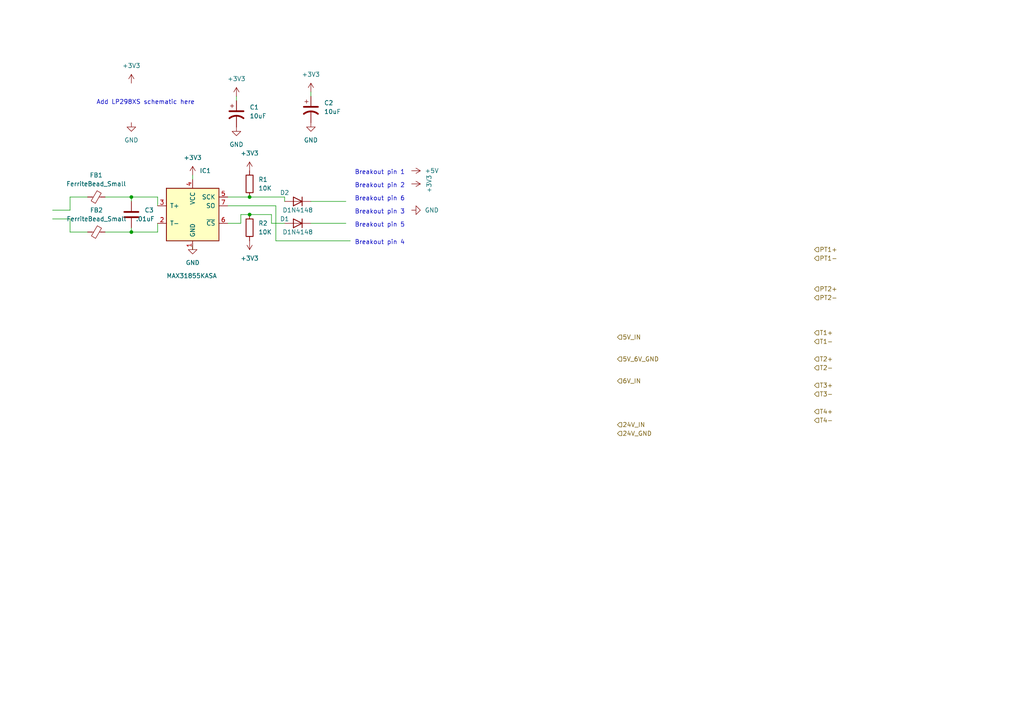
<source format=kicad_sch>
(kicad_sch (version 20211123) (generator eeschema)

  (uuid 5c907ee1-e15e-4496-aa6b-d033c9b49917)

  (paper "A4")

  (title_block
    (title "Data Acquisition Board Sensors Heirarchical Sheet")
    (date "2022-09-06")
    (rev "1.0")
  )

  (lib_symbols
    (symbol "Device:C" (pin_numbers hide) (pin_names (offset 0.254)) (in_bom yes) (on_board yes)
      (property "Reference" "C" (id 0) (at 0.635 2.54 0)
        (effects (font (size 1.27 1.27)) (justify left))
      )
      (property "Value" "C" (id 1) (at 0.635 -2.54 0)
        (effects (font (size 1.27 1.27)) (justify left))
      )
      (property "Footprint" "" (id 2) (at 0.9652 -3.81 0)
        (effects (font (size 1.27 1.27)) hide)
      )
      (property "Datasheet" "~" (id 3) (at 0 0 0)
        (effects (font (size 1.27 1.27)) hide)
      )
      (property "ki_keywords" "cap capacitor" (id 4) (at 0 0 0)
        (effects (font (size 1.27 1.27)) hide)
      )
      (property "ki_description" "Unpolarized capacitor" (id 5) (at 0 0 0)
        (effects (font (size 1.27 1.27)) hide)
      )
      (property "ki_fp_filters" "C_*" (id 6) (at 0 0 0)
        (effects (font (size 1.27 1.27)) hide)
      )
      (symbol "C_0_1"
        (polyline
          (pts
            (xy -2.032 -0.762)
            (xy 2.032 -0.762)
          )
          (stroke (width 0.508) (type default) (color 0 0 0 0))
          (fill (type none))
        )
        (polyline
          (pts
            (xy -2.032 0.762)
            (xy 2.032 0.762)
          )
          (stroke (width 0.508) (type default) (color 0 0 0 0))
          (fill (type none))
        )
      )
      (symbol "C_1_1"
        (pin passive line (at 0 3.81 270) (length 2.794)
          (name "~" (effects (font (size 1.27 1.27))))
          (number "1" (effects (font (size 1.27 1.27))))
        )
        (pin passive line (at 0 -3.81 90) (length 2.794)
          (name "~" (effects (font (size 1.27 1.27))))
          (number "2" (effects (font (size 1.27 1.27))))
        )
      )
    )
    (symbol "Device:C_Polarized_US" (pin_numbers hide) (pin_names (offset 0.254) hide) (in_bom yes) (on_board yes)
      (property "Reference" "C" (id 0) (at 0.635 2.54 0)
        (effects (font (size 1.27 1.27)) (justify left))
      )
      (property "Value" "C_Polarized_US" (id 1) (at 0.635 -2.54 0)
        (effects (font (size 1.27 1.27)) (justify left))
      )
      (property "Footprint" "" (id 2) (at 0 0 0)
        (effects (font (size 1.27 1.27)) hide)
      )
      (property "Datasheet" "~" (id 3) (at 0 0 0)
        (effects (font (size 1.27 1.27)) hide)
      )
      (property "ki_keywords" "cap capacitor" (id 4) (at 0 0 0)
        (effects (font (size 1.27 1.27)) hide)
      )
      (property "ki_description" "Polarized capacitor, US symbol" (id 5) (at 0 0 0)
        (effects (font (size 1.27 1.27)) hide)
      )
      (property "ki_fp_filters" "CP_*" (id 6) (at 0 0 0)
        (effects (font (size 1.27 1.27)) hide)
      )
      (symbol "C_Polarized_US_0_1"
        (polyline
          (pts
            (xy -2.032 0.762)
            (xy 2.032 0.762)
          )
          (stroke (width 0.508) (type default) (color 0 0 0 0))
          (fill (type none))
        )
        (polyline
          (pts
            (xy -1.778 2.286)
            (xy -0.762 2.286)
          )
          (stroke (width 0) (type default) (color 0 0 0 0))
          (fill (type none))
        )
        (polyline
          (pts
            (xy -1.27 1.778)
            (xy -1.27 2.794)
          )
          (stroke (width 0) (type default) (color 0 0 0 0))
          (fill (type none))
        )
        (arc (start 2.032 -1.27) (mid 0 -0.5572) (end -2.032 -1.27)
          (stroke (width 0.508) (type default) (color 0 0 0 0))
          (fill (type none))
        )
      )
      (symbol "C_Polarized_US_1_1"
        (pin passive line (at 0 3.81 270) (length 2.794)
          (name "~" (effects (font (size 1.27 1.27))))
          (number "1" (effects (font (size 1.27 1.27))))
        )
        (pin passive line (at 0 -3.81 90) (length 3.302)
          (name "~" (effects (font (size 1.27 1.27))))
          (number "2" (effects (font (size 1.27 1.27))))
        )
      )
    )
    (symbol "Device:D" (pin_numbers hide) (pin_names (offset 1.016) hide) (in_bom yes) (on_board yes)
      (property "Reference" "D" (id 0) (at 0 2.54 0)
        (effects (font (size 1.27 1.27)))
      )
      (property "Value" "D" (id 1) (at 0 -2.54 0)
        (effects (font (size 1.27 1.27)))
      )
      (property "Footprint" "" (id 2) (at 0 0 0)
        (effects (font (size 1.27 1.27)) hide)
      )
      (property "Datasheet" "~" (id 3) (at 0 0 0)
        (effects (font (size 1.27 1.27)) hide)
      )
      (property "ki_keywords" "diode" (id 4) (at 0 0 0)
        (effects (font (size 1.27 1.27)) hide)
      )
      (property "ki_description" "Diode" (id 5) (at 0 0 0)
        (effects (font (size 1.27 1.27)) hide)
      )
      (property "ki_fp_filters" "TO-???* *_Diode_* *SingleDiode* D_*" (id 6) (at 0 0 0)
        (effects (font (size 1.27 1.27)) hide)
      )
      (symbol "D_0_1"
        (polyline
          (pts
            (xy -1.27 1.27)
            (xy -1.27 -1.27)
          )
          (stroke (width 0.254) (type default) (color 0 0 0 0))
          (fill (type none))
        )
        (polyline
          (pts
            (xy 1.27 0)
            (xy -1.27 0)
          )
          (stroke (width 0) (type default) (color 0 0 0 0))
          (fill (type none))
        )
        (polyline
          (pts
            (xy 1.27 1.27)
            (xy 1.27 -1.27)
            (xy -1.27 0)
            (xy 1.27 1.27)
          )
          (stroke (width 0.254) (type default) (color 0 0 0 0))
          (fill (type none))
        )
      )
      (symbol "D_1_1"
        (pin passive line (at -3.81 0 0) (length 2.54)
          (name "K" (effects (font (size 1.27 1.27))))
          (number "1" (effects (font (size 1.27 1.27))))
        )
        (pin passive line (at 3.81 0 180) (length 2.54)
          (name "A" (effects (font (size 1.27 1.27))))
          (number "2" (effects (font (size 1.27 1.27))))
        )
      )
    )
    (symbol "Device:FerriteBead_Small" (pin_numbers hide) (pin_names (offset 0)) (in_bom yes) (on_board yes)
      (property "Reference" "FB" (id 0) (at 1.905 1.27 0)
        (effects (font (size 1.27 1.27)) (justify left))
      )
      (property "Value" "FerriteBead_Small" (id 1) (at 1.905 -1.27 0)
        (effects (font (size 1.27 1.27)) (justify left))
      )
      (property "Footprint" "" (id 2) (at -1.778 0 90)
        (effects (font (size 1.27 1.27)) hide)
      )
      (property "Datasheet" "~" (id 3) (at 0 0 0)
        (effects (font (size 1.27 1.27)) hide)
      )
      (property "ki_keywords" "L ferrite bead inductor filter" (id 4) (at 0 0 0)
        (effects (font (size 1.27 1.27)) hide)
      )
      (property "ki_description" "Ferrite bead, small symbol" (id 5) (at 0 0 0)
        (effects (font (size 1.27 1.27)) hide)
      )
      (property "ki_fp_filters" "Inductor_* L_* *Ferrite*" (id 6) (at 0 0 0)
        (effects (font (size 1.27 1.27)) hide)
      )
      (symbol "FerriteBead_Small_0_1"
        (polyline
          (pts
            (xy 0 -1.27)
            (xy 0 -0.7874)
          )
          (stroke (width 0) (type default) (color 0 0 0 0))
          (fill (type none))
        )
        (polyline
          (pts
            (xy 0 0.889)
            (xy 0 1.2954)
          )
          (stroke (width 0) (type default) (color 0 0 0 0))
          (fill (type none))
        )
        (polyline
          (pts
            (xy -1.8288 0.2794)
            (xy -1.1176 1.4986)
            (xy 1.8288 -0.2032)
            (xy 1.1176 -1.4224)
            (xy -1.8288 0.2794)
          )
          (stroke (width 0) (type default) (color 0 0 0 0))
          (fill (type none))
        )
      )
      (symbol "FerriteBead_Small_1_1"
        (pin passive line (at 0 2.54 270) (length 1.27)
          (name "~" (effects (font (size 1.27 1.27))))
          (number "1" (effects (font (size 1.27 1.27))))
        )
        (pin passive line (at 0 -2.54 90) (length 1.27)
          (name "~" (effects (font (size 1.27 1.27))))
          (number "2" (effects (font (size 1.27 1.27))))
        )
      )
    )
    (symbol "Device:R" (pin_numbers hide) (pin_names (offset 0)) (in_bom yes) (on_board yes)
      (property "Reference" "R" (id 0) (at 2.032 0 90)
        (effects (font (size 1.27 1.27)))
      )
      (property "Value" "R" (id 1) (at 0 0 90)
        (effects (font (size 1.27 1.27)))
      )
      (property "Footprint" "" (id 2) (at -1.778 0 90)
        (effects (font (size 1.27 1.27)) hide)
      )
      (property "Datasheet" "~" (id 3) (at 0 0 0)
        (effects (font (size 1.27 1.27)) hide)
      )
      (property "ki_keywords" "R res resistor" (id 4) (at 0 0 0)
        (effects (font (size 1.27 1.27)) hide)
      )
      (property "ki_description" "Resistor" (id 5) (at 0 0 0)
        (effects (font (size 1.27 1.27)) hide)
      )
      (property "ki_fp_filters" "R_*" (id 6) (at 0 0 0)
        (effects (font (size 1.27 1.27)) hide)
      )
      (symbol "R_0_1"
        (rectangle (start -1.016 -2.54) (end 1.016 2.54)
          (stroke (width 0.254) (type default) (color 0 0 0 0))
          (fill (type none))
        )
      )
      (symbol "R_1_1"
        (pin passive line (at 0 3.81 270) (length 1.27)
          (name "~" (effects (font (size 1.27 1.27))))
          (number "1" (effects (font (size 1.27 1.27))))
        )
        (pin passive line (at 0 -3.81 90) (length 1.27)
          (name "~" (effects (font (size 1.27 1.27))))
          (number "2" (effects (font (size 1.27 1.27))))
        )
      )
    )
    (symbol "Sensor_Temperature:MAX31855KASA" (pin_names (offset 1.016)) (in_bom yes) (on_board yes)
      (property "Reference" "U" (id 0) (at -7.62 8.89 0)
        (effects (font (size 1.27 1.27)) (justify left))
      )
      (property "Value" "MAX31855KASA" (id 1) (at 1.27 8.89 0)
        (effects (font (size 1.27 1.27)) (justify left))
      )
      (property "Footprint" "Package_SO:SOIC-8_3.9x4.9mm_P1.27mm" (id 2) (at 25.4 -8.89 0)
        (effects (font (size 1.27 1.27) italic) hide)
      )
      (property "Datasheet" "http://datasheets.maximintegrated.com/en/ds/MAX31855.pdf" (id 3) (at 0 0 0)
        (effects (font (size 1.27 1.27)) hide)
      )
      (property "ki_keywords" "Cold Junction Termocouple Interface SPI" (id 4) (at 0 0 0)
        (effects (font (size 1.27 1.27)) hide)
      )
      (property "ki_description" "Cold Junction K-type Termocouple Interface, SPI, SO8" (id 5) (at 0 0 0)
        (effects (font (size 1.27 1.27)) hide)
      )
      (property "ki_fp_filters" "SOIC*3.9x4.9mm*P1.27mm*" (id 6) (at 0 0 0)
        (effects (font (size 1.27 1.27)) hide)
      )
      (symbol "MAX31855KASA_0_1"
        (rectangle (start -7.62 7.62) (end 7.62 -7.62)
          (stroke (width 0.254) (type default) (color 0 0 0 0))
          (fill (type background))
        )
      )
      (symbol "MAX31855KASA_1_1"
        (pin power_in line (at 0 -10.16 90) (length 2.54)
          (name "GND" (effects (font (size 1.27 1.27))))
          (number "1" (effects (font (size 1.27 1.27))))
        )
        (pin passive line (at -10.16 -2.54 0) (length 2.54)
          (name "T-" (effects (font (size 1.27 1.27))))
          (number "2" (effects (font (size 1.27 1.27))))
        )
        (pin passive line (at -10.16 2.54 0) (length 2.54)
          (name "T+" (effects (font (size 1.27 1.27))))
          (number "3" (effects (font (size 1.27 1.27))))
        )
        (pin power_in line (at 0 10.16 270) (length 2.54)
          (name "VCC" (effects (font (size 1.27 1.27))))
          (number "4" (effects (font (size 1.27 1.27))))
        )
        (pin input line (at 10.16 5.08 180) (length 2.54)
          (name "SCK" (effects (font (size 1.27 1.27))))
          (number "5" (effects (font (size 1.27 1.27))))
        )
        (pin input line (at 10.16 -2.54 180) (length 2.54)
          (name "~{CS}" (effects (font (size 1.27 1.27))))
          (number "6" (effects (font (size 1.27 1.27))))
        )
        (pin tri_state line (at 10.16 2.54 180) (length 2.54)
          (name "SO" (effects (font (size 1.27 1.27))))
          (number "7" (effects (font (size 1.27 1.27))))
        )
      )
    )
    (symbol "power:+3V3" (power) (pin_names (offset 0)) (in_bom yes) (on_board yes)
      (property "Reference" "#PWR" (id 0) (at 0 -3.81 0)
        (effects (font (size 1.27 1.27)) hide)
      )
      (property "Value" "+3V3" (id 1) (at 0 3.556 0)
        (effects (font (size 1.27 1.27)))
      )
      (property "Footprint" "" (id 2) (at 0 0 0)
        (effects (font (size 1.27 1.27)) hide)
      )
      (property "Datasheet" "" (id 3) (at 0 0 0)
        (effects (font (size 1.27 1.27)) hide)
      )
      (property "ki_keywords" "power-flag" (id 4) (at 0 0 0)
        (effects (font (size 1.27 1.27)) hide)
      )
      (property "ki_description" "Power symbol creates a global label with name \"+3V3\"" (id 5) (at 0 0 0)
        (effects (font (size 1.27 1.27)) hide)
      )
      (symbol "+3V3_0_1"
        (polyline
          (pts
            (xy -0.762 1.27)
            (xy 0 2.54)
          )
          (stroke (width 0) (type default) (color 0 0 0 0))
          (fill (type none))
        )
        (polyline
          (pts
            (xy 0 0)
            (xy 0 2.54)
          )
          (stroke (width 0) (type default) (color 0 0 0 0))
          (fill (type none))
        )
        (polyline
          (pts
            (xy 0 2.54)
            (xy 0.762 1.27)
          )
          (stroke (width 0) (type default) (color 0 0 0 0))
          (fill (type none))
        )
      )
      (symbol "+3V3_1_1"
        (pin power_in line (at 0 0 90) (length 0) hide
          (name "+3V3" (effects (font (size 1.27 1.27))))
          (number "1" (effects (font (size 1.27 1.27))))
        )
      )
    )
    (symbol "power:+5V" (power) (pin_names (offset 0)) (in_bom yes) (on_board yes)
      (property "Reference" "#PWR" (id 0) (at 0 -3.81 0)
        (effects (font (size 1.27 1.27)) hide)
      )
      (property "Value" "+5V" (id 1) (at 0 3.556 0)
        (effects (font (size 1.27 1.27)))
      )
      (property "Footprint" "" (id 2) (at 0 0 0)
        (effects (font (size 1.27 1.27)) hide)
      )
      (property "Datasheet" "" (id 3) (at 0 0 0)
        (effects (font (size 1.27 1.27)) hide)
      )
      (property "ki_keywords" "power-flag" (id 4) (at 0 0 0)
        (effects (font (size 1.27 1.27)) hide)
      )
      (property "ki_description" "Power symbol creates a global label with name \"+5V\"" (id 5) (at 0 0 0)
        (effects (font (size 1.27 1.27)) hide)
      )
      (symbol "+5V_0_1"
        (polyline
          (pts
            (xy -0.762 1.27)
            (xy 0 2.54)
          )
          (stroke (width 0) (type default) (color 0 0 0 0))
          (fill (type none))
        )
        (polyline
          (pts
            (xy 0 0)
            (xy 0 2.54)
          )
          (stroke (width 0) (type default) (color 0 0 0 0))
          (fill (type none))
        )
        (polyline
          (pts
            (xy 0 2.54)
            (xy 0.762 1.27)
          )
          (stroke (width 0) (type default) (color 0 0 0 0))
          (fill (type none))
        )
      )
      (symbol "+5V_1_1"
        (pin power_in line (at 0 0 90) (length 0) hide
          (name "+5V" (effects (font (size 1.27 1.27))))
          (number "1" (effects (font (size 1.27 1.27))))
        )
      )
    )
    (symbol "power:GND" (power) (pin_names (offset 0)) (in_bom yes) (on_board yes)
      (property "Reference" "#PWR" (id 0) (at 0 -6.35 0)
        (effects (font (size 1.27 1.27)) hide)
      )
      (property "Value" "GND" (id 1) (at 0 -3.81 0)
        (effects (font (size 1.27 1.27)))
      )
      (property "Footprint" "" (id 2) (at 0 0 0)
        (effects (font (size 1.27 1.27)) hide)
      )
      (property "Datasheet" "" (id 3) (at 0 0 0)
        (effects (font (size 1.27 1.27)) hide)
      )
      (property "ki_keywords" "power-flag" (id 4) (at 0 0 0)
        (effects (font (size 1.27 1.27)) hide)
      )
      (property "ki_description" "Power symbol creates a global label with name \"GND\" , ground" (id 5) (at 0 0 0)
        (effects (font (size 1.27 1.27)) hide)
      )
      (symbol "GND_0_1"
        (polyline
          (pts
            (xy 0 0)
            (xy 0 -1.27)
            (xy 1.27 -1.27)
            (xy 0 -2.54)
            (xy -1.27 -1.27)
            (xy 0 -1.27)
          )
          (stroke (width 0) (type default) (color 0 0 0 0))
          (fill (type none))
        )
      )
      (symbol "GND_1_1"
        (pin power_in line (at 0 0 270) (length 0) hide
          (name "GND" (effects (font (size 1.27 1.27))))
          (number "1" (effects (font (size 1.27 1.27))))
        )
      )
    )
  )

  (junction (at 72.39 57.15) (diameter 0) (color 0 0 0 0)
    (uuid 15dc1202-edc9-4d59-877f-d935584fff05)
  )
  (junction (at 38.1 57.15) (diameter 0) (color 0 0 0 0)
    (uuid 2622e4de-dd98-4936-9181-864009146d11)
  )
  (junction (at 72.39 62.23) (diameter 0) (color 0 0 0 0)
    (uuid 68f8437b-70de-4393-9e22-875e9c2aeec9)
  )
  (junction (at 38.1 67.31) (diameter 0) (color 0 0 0 0)
    (uuid 9b4535e9-9b0f-461d-8f50-5bed0ffffbd7)
  )

  (wire (pts (xy 20.32 57.15) (xy 20.32 60.96))
    (stroke (width 0) (type default) (color 0 0 0 0))
    (uuid 05d1e3be-7ef2-4e9b-ba75-b7222c50a22b)
  )
  (wire (pts (xy 20.32 63.5) (xy 20.32 67.31))
    (stroke (width 0) (type default) (color 0 0 0 0))
    (uuid 06e45644-571a-4225-bbd6-c1ad6ecc0549)
  )
  (wire (pts (xy 20.32 67.31) (xy 25.4 67.31))
    (stroke (width 0) (type default) (color 0 0 0 0))
    (uuid 091de11c-f6fc-4bdf-985d-cfe1efc7a6b1)
  )
  (wire (pts (xy 80.01 59.69) (xy 80.01 69.85))
    (stroke (width 0) (type default) (color 0 0 0 0))
    (uuid 0d5b2595-4d2c-462c-944e-7042a324856d)
  )
  (wire (pts (xy 72.39 57.15) (xy 82.55 57.15))
    (stroke (width 0) (type default) (color 0 0 0 0))
    (uuid 0ee2ce67-ccac-4a68-9f1f-4d1950be6254)
  )
  (wire (pts (xy 66.04 64.77) (xy 69.85 64.77))
    (stroke (width 0) (type default) (color 0 0 0 0))
    (uuid 12daf53d-6bf4-467a-b05b-0fa865aa828a)
  )
  (wire (pts (xy 45.72 67.31) (xy 38.1 67.31))
    (stroke (width 0) (type default) (color 0 0 0 0))
    (uuid 14faaee9-7859-4f21-9b4e-39a4f40842d1)
  )
  (wire (pts (xy 15.24 63.5) (xy 20.32 63.5))
    (stroke (width 0) (type default) (color 0 0 0 0))
    (uuid 2605d379-8434-4cd2-ad70-0a87ea983855)
  )
  (wire (pts (xy 45.72 64.77) (xy 45.72 67.31))
    (stroke (width 0) (type default) (color 0 0 0 0))
    (uuid 29f290fe-b44f-4c3e-ad66-bdf85f1186ca)
  )
  (wire (pts (xy 90.17 26.67) (xy 90.17 27.94))
    (stroke (width 0) (type default) (color 0 0 0 0))
    (uuid 2d0f7be3-12c6-4477-bd2a-e187d2c48c2c)
  )
  (wire (pts (xy 38.1 67.31) (xy 38.1 66.04))
    (stroke (width 0) (type default) (color 0 0 0 0))
    (uuid 2e13fcdb-7632-47d2-a82b-c10a1a934c30)
  )
  (wire (pts (xy 55.88 52.07) (xy 55.88 50.8))
    (stroke (width 0) (type default) (color 0 0 0 0))
    (uuid 331eda46-71d8-446d-9f7d-e4965a3ba616)
  )
  (wire (pts (xy 69.85 62.23) (xy 72.39 62.23))
    (stroke (width 0) (type default) (color 0 0 0 0))
    (uuid 3685faa3-240a-40e8-9d8e-03cc5117edfa)
  )
  (wire (pts (xy 82.55 57.15) (xy 82.55 58.42))
    (stroke (width 0) (type default) (color 0 0 0 0))
    (uuid 42539158-f6c6-4fbb-86ea-b83eda50d929)
  )
  (wire (pts (xy 78.74 62.23) (xy 78.74 64.77))
    (stroke (width 0) (type default) (color 0 0 0 0))
    (uuid 65c8d8b8-ef3f-40c5-93cc-eb24202947f7)
  )
  (wire (pts (xy 90.17 58.42) (xy 100.33 58.42))
    (stroke (width 0) (type default) (color 0 0 0 0))
    (uuid 72f9a981-61b1-431e-aa9b-d8fd456f32d6)
  )
  (wire (pts (xy 25.4 57.15) (xy 20.32 57.15))
    (stroke (width 0) (type default) (color 0 0 0 0))
    (uuid 7412891d-4fb2-4edc-b14d-f3ca2281fe49)
  )
  (wire (pts (xy 38.1 58.42) (xy 38.1 57.15))
    (stroke (width 0) (type default) (color 0 0 0 0))
    (uuid 74986353-e709-423e-a98b-fdb4559ff34b)
  )
  (wire (pts (xy 72.39 62.23) (xy 78.74 62.23))
    (stroke (width 0) (type default) (color 0 0 0 0))
    (uuid 82e11ba4-78b7-4a8f-a0bf-6736ad5c8c31)
  )
  (wire (pts (xy 66.04 59.69) (xy 80.01 59.69))
    (stroke (width 0) (type default) (color 0 0 0 0))
    (uuid 8bd79f5e-a946-4559-b364-1a6aee150fc4)
  )
  (wire (pts (xy 30.48 57.15) (xy 38.1 57.15))
    (stroke (width 0) (type default) (color 0 0 0 0))
    (uuid 93576c43-b828-4d33-a903-f95fd6a0636b)
  )
  (wire (pts (xy 66.04 57.15) (xy 72.39 57.15))
    (stroke (width 0) (type default) (color 0 0 0 0))
    (uuid 9879b92e-70db-42fb-95b5-df55d98a92be)
  )
  (wire (pts (xy 68.58 27.94) (xy 68.58 29.21))
    (stroke (width 0) (type default) (color 0 0 0 0))
    (uuid a4b58f53-0508-4efa-a995-47ec4a166f20)
  )
  (wire (pts (xy 45.72 59.69) (xy 45.72 57.15))
    (stroke (width 0) (type default) (color 0 0 0 0))
    (uuid b47d9603-813b-4803-9c72-b2235fd9f472)
  )
  (wire (pts (xy 78.74 64.77) (xy 82.55 64.77))
    (stroke (width 0) (type default) (color 0 0 0 0))
    (uuid c0248d4e-bc5c-486a-93ab-10177212a6f7)
  )
  (wire (pts (xy 30.48 67.31) (xy 38.1 67.31))
    (stroke (width 0) (type default) (color 0 0 0 0))
    (uuid c9a04eb6-7b2d-475c-b485-c33869655798)
  )
  (wire (pts (xy 80.01 69.85) (xy 101.6 69.85))
    (stroke (width 0) (type default) (color 0 0 0 0))
    (uuid cfef6caf-e33c-4588-95ab-cd0766b1c471)
  )
  (wire (pts (xy 38.1 57.15) (xy 45.72 57.15))
    (stroke (width 0) (type default) (color 0 0 0 0))
    (uuid e46113fd-ff80-4a02-9253-71c0cceafd1e)
  )
  (wire (pts (xy 15.24 60.96) (xy 20.32 60.96))
    (stroke (width 0) (type default) (color 0 0 0 0))
    (uuid ed5672f4-b432-4c92-8215-a22f9c455d07)
  )
  (wire (pts (xy 69.85 64.77) (xy 69.85 62.23))
    (stroke (width 0) (type default) (color 0 0 0 0))
    (uuid f2e96bc5-8388-4d8f-ac74-9364275e1830)
  )
  (wire (pts (xy 55.88 72.39) (xy 55.88 71.12))
    (stroke (width 0) (type default) (color 0 0 0 0))
    (uuid f89abeef-3b2a-481b-8e90-b56d59b141eb)
  )
  (wire (pts (xy 90.17 64.77) (xy 100.33 64.77))
    (stroke (width 0) (type default) (color 0 0 0 0))
    (uuid ff96995a-4336-49d2-9126-38c6d468e5e7)
  )

  (text "Breakout pin 5" (at 102.87 66.04 0)
    (effects (font (size 1.27 1.27)) (justify left bottom))
    (uuid 0b6397c9-a180-47e5-bf19-9658975b72da)
  )
  (text "Breakout pin 3\n" (at 102.87 62.23 0)
    (effects (font (size 1.27 1.27)) (justify left bottom))
    (uuid 6f67e4c9-130c-45c0-9606-7502f5576466)
  )
  (text "Add LP298XS schematic here" (at 27.94 30.48 0)
    (effects (font (size 1.27 1.27)) (justify left bottom))
    (uuid 7cd135be-72f1-4143-8199-0d164cf817e7)
  )
  (text "Breakout pin 1" (at 102.87 50.8 0)
    (effects (font (size 1.27 1.27)) (justify left bottom))
    (uuid ae37db2b-d869-4dd9-9dfe-cf2aef74f305)
  )
  (text "Breakout pin 4" (at 102.87 71.12 0)
    (effects (font (size 1.27 1.27)) (justify left bottom))
    (uuid bd555fbd-f3fc-41c9-819e-8f4d6b1fb8f3)
  )
  (text "Breakout pin 2" (at 102.87 54.61 0)
    (effects (font (size 1.27 1.27)) (justify left bottom))
    (uuid c4ed89dc-882b-4eb0-b190-19089add29d5)
  )
  (text "Breakout pin 6\n" (at 102.87 58.42 0)
    (effects (font (size 1.27 1.27)) (justify left bottom))
    (uuid ffd025a4-d3b0-462a-bdfc-3c23181926e6)
  )

  (hierarchical_label "PT2+" (shape input) (at 236.22 83.82 0)
    (effects (font (size 1.27 1.27)) (justify left))
    (uuid 0db2ff38-4f29-428f-8593-4ba3c17ce991)
  )
  (hierarchical_label "T4-" (shape input) (at 236.22 121.92 0)
    (effects (font (size 1.27 1.27)) (justify left))
    (uuid 11699282-d493-4172-b1c6-5edca5357b02)
  )
  (hierarchical_label "T2-" (shape input) (at 236.22 106.68 0)
    (effects (font (size 1.27 1.27)) (justify left))
    (uuid 37644fd4-8990-4456-963b-f6051d49a703)
  )
  (hierarchical_label "PT1-" (shape input) (at 236.22 74.93 0)
    (effects (font (size 1.27 1.27)) (justify left))
    (uuid 39220c17-2c10-4a54-ab1b-f74e041ad36a)
  )
  (hierarchical_label "5V_IN" (shape input) (at 179.07 97.79 0)
    (effects (font (size 1.27 1.27)) (justify left))
    (uuid 53ec0794-77f7-4c4a-82fe-4b60a02b5597)
  )
  (hierarchical_label "T2+" (shape input) (at 236.22 104.14 0)
    (effects (font (size 1.27 1.27)) (justify left))
    (uuid 57a83b3f-8799-4514-a2d2-7aa64193790d)
  )
  (hierarchical_label "PT1+" (shape input) (at 236.22 72.39 0)
    (effects (font (size 1.27 1.27)) (justify left))
    (uuid 60304145-b89d-4e10-afab-209da4474671)
  )
  (hierarchical_label "24V_GND" (shape input) (at 179.07 125.73 0)
    (effects (font (size 1.27 1.27)) (justify left))
    (uuid 6b239742-8072-4d52-9643-7d89eb050769)
  )
  (hierarchical_label "T1-" (shape input) (at 236.22 99.06 0)
    (effects (font (size 1.27 1.27)) (justify left))
    (uuid 705338b2-78cc-4f4f-917b-7a531f6b8f3e)
  )
  (hierarchical_label "T1+" (shape input) (at 236.22 96.52 0)
    (effects (font (size 1.27 1.27)) (justify left))
    (uuid 810a9384-73a0-4d83-81da-78f437d8c20d)
  )
  (hierarchical_label "T4+" (shape input) (at 236.22 119.38 0)
    (effects (font (size 1.27 1.27)) (justify left))
    (uuid 81dd373e-fd0d-4176-a2dc-e6c1aa8f9411)
  )
  (hierarchical_label "PT2-" (shape input) (at 236.22 86.36 0)
    (effects (font (size 1.27 1.27)) (justify left))
    (uuid 9b741c77-a95c-4f1b-9e0d-9c0bcfef176d)
  )
  (hierarchical_label "T3+" (shape input) (at 236.22 111.76 0)
    (effects (font (size 1.27 1.27)) (justify left))
    (uuid a5c118f8-697d-4a2b-9b53-0b72a9995cae)
  )
  (hierarchical_label "6V_IN" (shape input) (at 179.07 110.49 0)
    (effects (font (size 1.27 1.27)) (justify left))
    (uuid c0fe9c38-c758-415f-a7bd-f1da62e6a2b7)
  )
  (hierarchical_label "5V_6V_GND" (shape input) (at 179.07 104.14 0)
    (effects (font (size 1.27 1.27)) (justify left))
    (uuid ce64bee4-2c6b-45ac-9acf-8a2f388998e1)
  )
  (hierarchical_label "24V_IN" (shape input) (at 179.07 123.19 0)
    (effects (font (size 1.27 1.27)) (justify left))
    (uuid e0de908b-ada0-4da7-8ba2-488dce4f3a2c)
  )
  (hierarchical_label "T3-" (shape input) (at 236.22 114.3 0)
    (effects (font (size 1.27 1.27)) (justify left))
    (uuid f4d561b8-3c1e-4bd0-ac39-29466eda1196)
  )

  (symbol (lib_id "Device:FerriteBead_Small") (at 27.94 57.15 90) (unit 1)
    (in_bom yes) (on_board yes) (fields_autoplaced)
    (uuid 0c296846-2be2-4db9-ae10-565d693386cb)
    (property "Reference" "FB1" (id 0) (at 27.9019 50.8 90))
    (property "Value" "FerriteBead_Small" (id 1) (at 27.9019 53.34 90))
    (property "Footprint" "" (id 2) (at 27.94 58.928 90)
      (effects (font (size 1.27 1.27)) hide)
    )
    (property "Datasheet" "~" (id 3) (at 27.94 57.15 0)
      (effects (font (size 1.27 1.27)) hide)
    )
    (pin "1" (uuid d9be12dd-5679-4450-a4a1-c77ef508ceb0))
    (pin "2" (uuid 4d71f321-a6c6-4161-96e9-7fdd672735c2))
  )

  (symbol (lib_id "Device:D") (at 86.36 64.77 180) (unit 1)
    (in_bom yes) (on_board yes)
    (uuid 0e7ebff7-bce5-40c3-b0ee-d9227b281fcb)
    (property "Reference" "D1" (id 0) (at 82.55 63.5 0))
    (property "Value" "D1N4148" (id 1) (at 86.36 67.31 0))
    (property "Footprint" "" (id 2) (at 86.36 64.77 0)
      (effects (font (size 1.27 1.27)) hide)
    )
    (property "Datasheet" "~" (id 3) (at 86.36 64.77 0)
      (effects (font (size 1.27 1.27)) hide)
    )
    (pin "1" (uuid 37dda9d6-99e5-4e88-a475-8eafaf7a2442))
    (pin "2" (uuid 060bba88-59a2-4327-99b3-f85b6e6ba095))
  )

  (symbol (lib_id "power:GND") (at 68.58 36.83 0) (unit 1)
    (in_bom yes) (on_board yes) (fields_autoplaced)
    (uuid 1428cca3-9d68-4f64-862f-bef041b7f0ca)
    (property "Reference" "#PWR?" (id 0) (at 68.58 43.18 0)
      (effects (font (size 1.27 1.27)) hide)
    )
    (property "Value" "GND" (id 1) (at 68.58 41.91 0))
    (property "Footprint" "" (id 2) (at 68.58 36.83 0)
      (effects (font (size 1.27 1.27)) hide)
    )
    (property "Datasheet" "" (id 3) (at 68.58 36.83 0)
      (effects (font (size 1.27 1.27)) hide)
    )
    (pin "1" (uuid 8b1e0884-126a-4561-93ad-cb045d61e9fc))
  )

  (symbol (lib_id "power:+3V3") (at 119.38 53.34 270) (unit 1)
    (in_bom yes) (on_board yes)
    (uuid 3b79cff5-a070-421f-bc2e-778a293aa474)
    (property "Reference" "#PWR?" (id 0) (at 115.57 53.34 0)
      (effects (font (size 1.27 1.27)) hide)
    )
    (property "Value" "+3V3" (id 1) (at 124.46 53.34 0))
    (property "Footprint" "" (id 2) (at 119.38 53.34 0)
      (effects (font (size 1.27 1.27)) hide)
    )
    (property "Datasheet" "" (id 3) (at 119.38 53.34 0)
      (effects (font (size 1.27 1.27)) hide)
    )
    (pin "1" (uuid 8c03c2aa-e806-4ca4-95d8-3fb6bea1584c))
  )

  (symbol (lib_id "power:+3V3") (at 90.17 26.67 0) (unit 1)
    (in_bom yes) (on_board yes) (fields_autoplaced)
    (uuid 3d84cbbc-debd-4073-bf03-c36f8bb4c055)
    (property "Reference" "#PWR?" (id 0) (at 90.17 30.48 0)
      (effects (font (size 1.27 1.27)) hide)
    )
    (property "Value" "+3V3" (id 1) (at 90.17 21.59 0))
    (property "Footprint" "" (id 2) (at 90.17 26.67 0)
      (effects (font (size 1.27 1.27)) hide)
    )
    (property "Datasheet" "" (id 3) (at 90.17 26.67 0)
      (effects (font (size 1.27 1.27)) hide)
    )
    (pin "1" (uuid 67f509a9-5d6b-40db-9aaf-189c3458678f))
  )

  (symbol (lib_id "Device:C_Polarized_US") (at 68.58 33.02 0) (unit 1)
    (in_bom yes) (on_board yes) (fields_autoplaced)
    (uuid 3f7ebb9b-c6f3-4a36-9217-9625c11c6ae7)
    (property "Reference" "C1" (id 0) (at 72.39 31.1149 0)
      (effects (font (size 1.27 1.27)) (justify left))
    )
    (property "Value" "10uF" (id 1) (at 72.39 33.6549 0)
      (effects (font (size 1.27 1.27)) (justify left))
    )
    (property "Footprint" "" (id 2) (at 68.58 33.02 0)
      (effects (font (size 1.27 1.27)) hide)
    )
    (property "Datasheet" "~" (id 3) (at 68.58 33.02 0)
      (effects (font (size 1.27 1.27)) hide)
    )
    (pin "1" (uuid 891e71d6-9992-4dc5-acd9-734f54518d55))
    (pin "2" (uuid 9443f0e3-0078-4228-8fae-eed7a8462461))
  )

  (symbol (lib_id "power:+5V") (at 119.38 49.53 270) (unit 1)
    (in_bom yes) (on_board yes) (fields_autoplaced)
    (uuid 41abf8e7-daab-4208-a813-9a4c1a7cf859)
    (property "Reference" "#PWR?" (id 0) (at 115.57 49.53 0)
      (effects (font (size 1.27 1.27)) hide)
    )
    (property "Value" "+5V" (id 1) (at 123.19 49.5299 90)
      (effects (font (size 1.27 1.27)) (justify left))
    )
    (property "Footprint" "" (id 2) (at 119.38 49.53 0)
      (effects (font (size 1.27 1.27)) hide)
    )
    (property "Datasheet" "" (id 3) (at 119.38 49.53 0)
      (effects (font (size 1.27 1.27)) hide)
    )
    (pin "1" (uuid cdcb3c12-9edc-4edf-9024-f0effe6ded8b))
  )

  (symbol (lib_id "power:GND") (at 55.88 71.12 0) (unit 1)
    (in_bom yes) (on_board yes) (fields_autoplaced)
    (uuid 4a21ac05-adb9-4050-9eee-1e75b1931478)
    (property "Reference" "#PWR?" (id 0) (at 55.88 77.47 0)
      (effects (font (size 1.27 1.27)) hide)
    )
    (property "Value" "GND" (id 1) (at 55.88 76.2 0))
    (property "Footprint" "" (id 2) (at 55.88 71.12 0)
      (effects (font (size 1.27 1.27)) hide)
    )
    (property "Datasheet" "" (id 3) (at 55.88 71.12 0)
      (effects (font (size 1.27 1.27)) hide)
    )
    (pin "1" (uuid 242abd3e-38ab-458e-9f59-875060af32b3))
  )

  (symbol (lib_id "Sensor_Temperature:MAX31855KASA") (at 55.88 62.23 0) (unit 1)
    (in_bom yes) (on_board yes)
    (uuid 5058a5a7-8887-427e-9ac3-8710d442d28d)
    (property "Reference" "IC1" (id 0) (at 57.8994 49.53 0)
      (effects (font (size 1.27 1.27)) (justify left))
    )
    (property "Value" "MAX31855KASA" (id 1) (at 48.26 80.01 0)
      (effects (font (size 1.27 1.27)) (justify left))
    )
    (property "Footprint" "Package_SO:SOIC-8_3.9x4.9mm_P1.27mm" (id 2) (at 81.28 71.12 0)
      (effects (font (size 1.27 1.27) italic) hide)
    )
    (property "Datasheet" "http://datasheets.maximintegrated.com/en/ds/MAX31855.pdf" (id 3) (at 55.88 62.23 0)
      (effects (font (size 1.27 1.27)) hide)
    )
    (pin "1" (uuid f340b455-1a2f-485b-ba85-af683ea212ed))
    (pin "2" (uuid ca79d405-7380-423c-9c43-e5ede8bb17be))
    (pin "3" (uuid c8193a12-6ed6-4d94-9317-0d2f617d5b3d))
    (pin "4" (uuid b7c7dba7-9736-4739-93c8-9446b967d9cf))
    (pin "5" (uuid 6e6d2bc6-0cba-4f70-8ce9-1c3fe0af374e))
    (pin "6" (uuid d81ae421-13ab-4904-9445-e650b7e638e4))
    (pin "7" (uuid 22b1f9a8-102b-4d1e-806a-973f1b646202))
  )

  (symbol (lib_id "power:+3V3") (at 38.1 24.13 0) (unit 1)
    (in_bom yes) (on_board yes) (fields_autoplaced)
    (uuid 69e78915-b786-4cee-a8df-8a6fbf76e747)
    (property "Reference" "#PWR?" (id 0) (at 38.1 27.94 0)
      (effects (font (size 1.27 1.27)) hide)
    )
    (property "Value" "+3V3" (id 1) (at 38.1 19.05 0))
    (property "Footprint" "" (id 2) (at 38.1 24.13 0)
      (effects (font (size 1.27 1.27)) hide)
    )
    (property "Datasheet" "" (id 3) (at 38.1 24.13 0)
      (effects (font (size 1.27 1.27)) hide)
    )
    (pin "1" (uuid dfa4b6d0-afdd-4180-8d91-b33f13b55ebd))
  )

  (symbol (lib_id "power:+3V3") (at 72.39 49.53 0) (unit 1)
    (in_bom yes) (on_board yes) (fields_autoplaced)
    (uuid 6e1ff213-60c1-4752-b66a-584e7c8e568e)
    (property "Reference" "#PWR?" (id 0) (at 72.39 53.34 0)
      (effects (font (size 1.27 1.27)) hide)
    )
    (property "Value" "+3V3" (id 1) (at 72.39 44.45 0))
    (property "Footprint" "" (id 2) (at 72.39 49.53 0)
      (effects (font (size 1.27 1.27)) hide)
    )
    (property "Datasheet" "" (id 3) (at 72.39 49.53 0)
      (effects (font (size 1.27 1.27)) hide)
    )
    (pin "1" (uuid b9832c76-3e94-4e81-a908-ec4dd2447597))
  )

  (symbol (lib_id "Device:FerriteBead_Small") (at 27.94 67.31 270) (unit 1)
    (in_bom yes) (on_board yes) (fields_autoplaced)
    (uuid 6fc7e562-01f1-4efc-9660-03e2662c8213)
    (property "Reference" "FB2" (id 0) (at 27.9781 60.96 90))
    (property "Value" "FerriteBead_Small" (id 1) (at 27.9781 63.5 90))
    (property "Footprint" "" (id 2) (at 27.94 65.532 90)
      (effects (font (size 1.27 1.27)) hide)
    )
    (property "Datasheet" "~" (id 3) (at 27.94 67.31 0)
      (effects (font (size 1.27 1.27)) hide)
    )
    (pin "1" (uuid f755aedf-2895-49b0-acc1-f9b269ba33f0))
    (pin "2" (uuid 3f68fc0d-f43e-4def-a1af-23432fae68e3))
  )

  (symbol (lib_id "Device:R") (at 72.39 66.04 0) (unit 1)
    (in_bom yes) (on_board yes) (fields_autoplaced)
    (uuid 7c54b18e-8585-47bb-84ee-86f2c56807df)
    (property "Reference" "R2" (id 0) (at 74.93 64.7699 0)
      (effects (font (size 1.27 1.27)) (justify left))
    )
    (property "Value" "10K" (id 1) (at 74.93 67.3099 0)
      (effects (font (size 1.27 1.27)) (justify left))
    )
    (property "Footprint" "" (id 2) (at 70.612 66.04 90)
      (effects (font (size 1.27 1.27)) hide)
    )
    (property "Datasheet" "~" (id 3) (at 72.39 66.04 0)
      (effects (font (size 1.27 1.27)) hide)
    )
    (pin "1" (uuid b34d8d8b-e728-478b-bbb6-bac30b0e1d8a))
    (pin "2" (uuid d8395195-c739-4b98-b331-0861de1b8e23))
  )

  (symbol (lib_id "power:GND") (at 38.1 35.56 0) (unit 1)
    (in_bom yes) (on_board yes) (fields_autoplaced)
    (uuid 88e7474d-10f0-48b5-9f73-98445d9105c3)
    (property "Reference" "#PWR?" (id 0) (at 38.1 41.91 0)
      (effects (font (size 1.27 1.27)) hide)
    )
    (property "Value" "GND" (id 1) (at 38.1 40.64 0))
    (property "Footprint" "" (id 2) (at 38.1 35.56 0)
      (effects (font (size 1.27 1.27)) hide)
    )
    (property "Datasheet" "" (id 3) (at 38.1 35.56 0)
      (effects (font (size 1.27 1.27)) hide)
    )
    (pin "1" (uuid 4980f2bc-13b5-47b8-8f44-9fb100b1b211))
  )

  (symbol (lib_id "Device:C_Polarized_US") (at 90.17 31.75 0) (unit 1)
    (in_bom yes) (on_board yes) (fields_autoplaced)
    (uuid 937c686d-b49b-4b72-a32d-7bc42833a95a)
    (property "Reference" "C2" (id 0) (at 93.98 29.8449 0)
      (effects (font (size 1.27 1.27)) (justify left))
    )
    (property "Value" "10uF" (id 1) (at 93.98 32.3849 0)
      (effects (font (size 1.27 1.27)) (justify left))
    )
    (property "Footprint" "" (id 2) (at 90.17 31.75 0)
      (effects (font (size 1.27 1.27)) hide)
    )
    (property "Datasheet" "~" (id 3) (at 90.17 31.75 0)
      (effects (font (size 1.27 1.27)) hide)
    )
    (pin "1" (uuid 38191e57-ede3-42ce-8eef-78f585e2ea29))
    (pin "2" (uuid 1e51e36a-b334-4834-b41d-1039c4fddb59))
  )

  (symbol (lib_id "power:+3V3") (at 72.39 69.85 180) (unit 1)
    (in_bom yes) (on_board yes) (fields_autoplaced)
    (uuid a7f1474e-cea5-49c1-a123-2ff8a6dd5d3b)
    (property "Reference" "#PWR?" (id 0) (at 72.39 66.04 0)
      (effects (font (size 1.27 1.27)) hide)
    )
    (property "Value" "+3V3" (id 1) (at 72.39 74.93 0))
    (property "Footprint" "" (id 2) (at 72.39 69.85 0)
      (effects (font (size 1.27 1.27)) hide)
    )
    (property "Datasheet" "" (id 3) (at 72.39 69.85 0)
      (effects (font (size 1.27 1.27)) hide)
    )
    (pin "1" (uuid aaeed8fb-aeb7-4255-845b-2886e3808f93))
  )

  (symbol (lib_id "power:+3V3") (at 55.88 50.8 0) (unit 1)
    (in_bom yes) (on_board yes) (fields_autoplaced)
    (uuid aa9d33f6-0ee6-49cf-8926-34d178d485fd)
    (property "Reference" "#PWR?" (id 0) (at 55.88 54.61 0)
      (effects (font (size 1.27 1.27)) hide)
    )
    (property "Value" "+3V3" (id 1) (at 55.88 45.72 0))
    (property "Footprint" "" (id 2) (at 55.88 50.8 0)
      (effects (font (size 1.27 1.27)) hide)
    )
    (property "Datasheet" "" (id 3) (at 55.88 50.8 0)
      (effects (font (size 1.27 1.27)) hide)
    )
    (pin "1" (uuid e4bd323c-116f-4091-b433-342e45d9a1b0))
  )

  (symbol (lib_id "power:GND") (at 119.38 60.96 90) (unit 1)
    (in_bom yes) (on_board yes) (fields_autoplaced)
    (uuid c4897440-9194-423f-97bd-4c7acca98f45)
    (property "Reference" "#PWR?" (id 0) (at 125.73 60.96 0)
      (effects (font (size 1.27 1.27)) hide)
    )
    (property "Value" "GND" (id 1) (at 123.19 60.9599 90)
      (effects (font (size 1.27 1.27)) (justify right))
    )
    (property "Footprint" "" (id 2) (at 119.38 60.96 0)
      (effects (font (size 1.27 1.27)) hide)
    )
    (property "Datasheet" "" (id 3) (at 119.38 60.96 0)
      (effects (font (size 1.27 1.27)) hide)
    )
    (pin "1" (uuid 34af51f7-381f-4682-bbff-f809fad71bf2))
  )

  (symbol (lib_id "power:GND") (at 90.17 35.56 0) (unit 1)
    (in_bom yes) (on_board yes) (fields_autoplaced)
    (uuid c84e477c-ce6e-4f28-b41e-c6939ca638ac)
    (property "Reference" "#PWR?" (id 0) (at 90.17 41.91 0)
      (effects (font (size 1.27 1.27)) hide)
    )
    (property "Value" "GND" (id 1) (at 90.17 40.64 0))
    (property "Footprint" "" (id 2) (at 90.17 35.56 0)
      (effects (font (size 1.27 1.27)) hide)
    )
    (property "Datasheet" "" (id 3) (at 90.17 35.56 0)
      (effects (font (size 1.27 1.27)) hide)
    )
    (pin "1" (uuid 7163f8d9-232e-46ac-a90a-4119bcd7b812))
  )

  (symbol (lib_id "power:+3V3") (at 68.58 27.94 0) (unit 1)
    (in_bom yes) (on_board yes) (fields_autoplaced)
    (uuid ecfdcc0e-4c88-477b-972e-0e51905b5399)
    (property "Reference" "#PWR?" (id 0) (at 68.58 31.75 0)
      (effects (font (size 1.27 1.27)) hide)
    )
    (property "Value" "+3V3" (id 1) (at 68.58 22.86 0))
    (property "Footprint" "" (id 2) (at 68.58 27.94 0)
      (effects (font (size 1.27 1.27)) hide)
    )
    (property "Datasheet" "" (id 3) (at 68.58 27.94 0)
      (effects (font (size 1.27 1.27)) hide)
    )
    (pin "1" (uuid d894fb15-6e71-413c-9817-229485299097))
  )

  (symbol (lib_id "Device:C") (at 38.1 62.23 0) (unit 1)
    (in_bom yes) (on_board yes)
    (uuid ed504852-96db-4dcc-8d4c-04aebd407e36)
    (property "Reference" "C3" (id 0) (at 41.91 60.9599 0)
      (effects (font (size 1.27 1.27)) (justify left))
    )
    (property "Value" ".01uF" (id 1) (at 39.37 63.5 0)
      (effects (font (size 1.27 1.27)) (justify left))
    )
    (property "Footprint" "" (id 2) (at 39.0652 66.04 0)
      (effects (font (size 1.27 1.27)) hide)
    )
    (property "Datasheet" "~" (id 3) (at 38.1 62.23 0)
      (effects (font (size 1.27 1.27)) hide)
    )
    (pin "1" (uuid c674e48e-713d-46b4-a16f-e3135a372812))
    (pin "2" (uuid fe5d78c3-630b-4587-8342-d14a64df46d5))
  )

  (symbol (lib_id "Device:D") (at 86.36 58.42 180) (unit 1)
    (in_bom yes) (on_board yes)
    (uuid f17f050d-7705-48c6-8cc4-0737e36a8449)
    (property "Reference" "D2" (id 0) (at 82.55 55.88 0))
    (property "Value" "D1N4148" (id 1) (at 86.36 60.96 0))
    (property "Footprint" "" (id 2) (at 86.36 58.42 0)
      (effects (font (size 1.27 1.27)) hide)
    )
    (property "Datasheet" "~" (id 3) (at 86.36 58.42 0)
      (effects (font (size 1.27 1.27)) hide)
    )
    (pin "1" (uuid 86b3ab83-2265-4648-b1ad-88c3c44d39ee))
    (pin "2" (uuid 9f630a00-c68d-4b74-8596-efbee5d48990))
  )

  (symbol (lib_id "Device:R") (at 72.39 53.34 0) (unit 1)
    (in_bom yes) (on_board yes) (fields_autoplaced)
    (uuid fe0aeb17-0d25-4cf6-8b15-8f8606ff61ac)
    (property "Reference" "R1" (id 0) (at 74.93 52.0699 0)
      (effects (font (size 1.27 1.27)) (justify left))
    )
    (property "Value" "10K" (id 1) (at 74.93 54.6099 0)
      (effects (font (size 1.27 1.27)) (justify left))
    )
    (property "Footprint" "" (id 2) (at 70.612 53.34 90)
      (effects (font (size 1.27 1.27)) hide)
    )
    (property "Datasheet" "~" (id 3) (at 72.39 53.34 0)
      (effects (font (size 1.27 1.27)) hide)
    )
    (pin "1" (uuid da7ca7a7-3b36-4ebd-bfc8-e9f5672bd4bc))
    (pin "2" (uuid 5b790867-f683-4bee-bf53-3a673dcd1f86))
  )

  (sheet_instances
    (path "/" (page "1"))
  )

  (symbol_instances
    (path "/1428cca3-9d68-4f64-862f-bef041b7f0ca"
      (reference "#PWR?") (unit 1) (value "GND") (footprint "")
    )
    (path "/3b79cff5-a070-421f-bc2e-778a293aa474"
      (reference "#PWR?") (unit 1) (value "+3V3") (footprint "")
    )
    (path "/3d84cbbc-debd-4073-bf03-c36f8bb4c055"
      (reference "#PWR?") (unit 1) (value "+3V3") (footprint "")
    )
    (path "/41abf8e7-daab-4208-a813-9a4c1a7cf859"
      (reference "#PWR?") (unit 1) (value "+5V") (footprint "")
    )
    (path "/4a21ac05-adb9-4050-9eee-1e75b1931478"
      (reference "#PWR?") (unit 1) (value "GND") (footprint "")
    )
    (path "/69e78915-b786-4cee-a8df-8a6fbf76e747"
      (reference "#PWR?") (unit 1) (value "+3V3") (footprint "")
    )
    (path "/6e1ff213-60c1-4752-b66a-584e7c8e568e"
      (reference "#PWR?") (unit 1) (value "+3V3") (footprint "")
    )
    (path "/88e7474d-10f0-48b5-9f73-98445d9105c3"
      (reference "#PWR?") (unit 1) (value "GND") (footprint "")
    )
    (path "/a7f1474e-cea5-49c1-a123-2ff8a6dd5d3b"
      (reference "#PWR?") (unit 1) (value "+3V3") (footprint "")
    )
    (path "/aa9d33f6-0ee6-49cf-8926-34d178d485fd"
      (reference "#PWR?") (unit 1) (value "+3V3") (footprint "")
    )
    (path "/c4897440-9194-423f-97bd-4c7acca98f45"
      (reference "#PWR?") (unit 1) (value "GND") (footprint "")
    )
    (path "/c84e477c-ce6e-4f28-b41e-c6939ca638ac"
      (reference "#PWR?") (unit 1) (value "GND") (footprint "")
    )
    (path "/ecfdcc0e-4c88-477b-972e-0e51905b5399"
      (reference "#PWR?") (unit 1) (value "+3V3") (footprint "")
    )
    (path "/3f7ebb9b-c6f3-4a36-9217-9625c11c6ae7"
      (reference "C1") (unit 1) (value "10uF") (footprint "")
    )
    (path "/937c686d-b49b-4b72-a32d-7bc42833a95a"
      (reference "C2") (unit 1) (value "10uF") (footprint "")
    )
    (path "/ed504852-96db-4dcc-8d4c-04aebd407e36"
      (reference "C3") (unit 1) (value ".01uF") (footprint "")
    )
    (path "/0e7ebff7-bce5-40c3-b0ee-d9227b281fcb"
      (reference "D1") (unit 1) (value "D1N4148") (footprint "")
    )
    (path "/f17f050d-7705-48c6-8cc4-0737e36a8449"
      (reference "D2") (unit 1) (value "D1N4148") (footprint "")
    )
    (path "/0c296846-2be2-4db9-ae10-565d693386cb"
      (reference "FB1") (unit 1) (value "FerriteBead_Small") (footprint "")
    )
    (path "/6fc7e562-01f1-4efc-9660-03e2662c8213"
      (reference "FB2") (unit 1) (value "FerriteBead_Small") (footprint "")
    )
    (path "/5058a5a7-8887-427e-9ac3-8710d442d28d"
      (reference "IC1") (unit 1) (value "MAX31855KASA") (footprint "Package_SO:SOIC-8_3.9x4.9mm_P1.27mm")
    )
    (path "/fe0aeb17-0d25-4cf6-8b15-8f8606ff61ac"
      (reference "R1") (unit 1) (value "10K") (footprint "")
    )
    (path "/7c54b18e-8585-47bb-84ee-86f2c56807df"
      (reference "R2") (unit 1) (value "10K") (footprint "")
    )
  )
)

</source>
